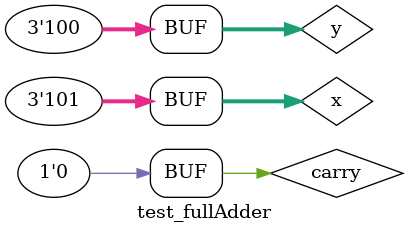
<source format=v>

module fullAdder (output [15:0]s, input [0:2]a, input [0:2]b, input carryIn); 


xor XOR1(s[0],a[2],b[2]);
and AND1(s[1],a[2],b[2]);
xor XOR2(s[2],s[0],carryIn);
and AND2(s[3],s[0],carryIn);
or  OR1(s[4],s[1],s[3]);

xor XOR1(s[5],a[1],b[1]);
and AND1(s[6],a[1],b[1]);
xor XOR2(s[7],s[5],s[4]);
and AND2(s[8],s[5],s[4]);
or  OR1(s[9],s[6],s[8]);

xor XOR1(s[10],a[0],b[0]);
and AND1(s[11],a[0],b[0]);
xor XOR2(s[12],s[10],s[9]);
and AND2(s[13],s[10],s[9]);
or  OR1(s[14],s[11],s[13]);



endmodule // fullAdder 
module test_fullAdder; 
// ------------------------- definir dados 
reg [2:0]x; 
reg  [2:0]y; 
reg carry; 
wire [15:0] soma; 


fullAdder full(soma,x,y,carry);
// ------------------------- parte principal 
initial begin 
$display("Exemplo0021 - Fernando Silva - 414506"); 
$display("Test ALU's full adder"); 
$display("x  +  y  = carry_on resultado");
#1 x=3'b001; y=3'b001; carry=1'b0;
$monitor("%3b + %3b = %1b %1b  %1b   ", x,y,soma[14],soma[12],soma[7],soma[2]);    
#1 x=3'b101; y=3'b011; carry=1'b0;
#1 x=3'b000; y=3'b101; carry=1'b0;
#1 x=3'b101; y=3'b100; carry=1'b0;


// projetar testes do somador complete 
end 
endmodule // test_fullAdder 
</source>
